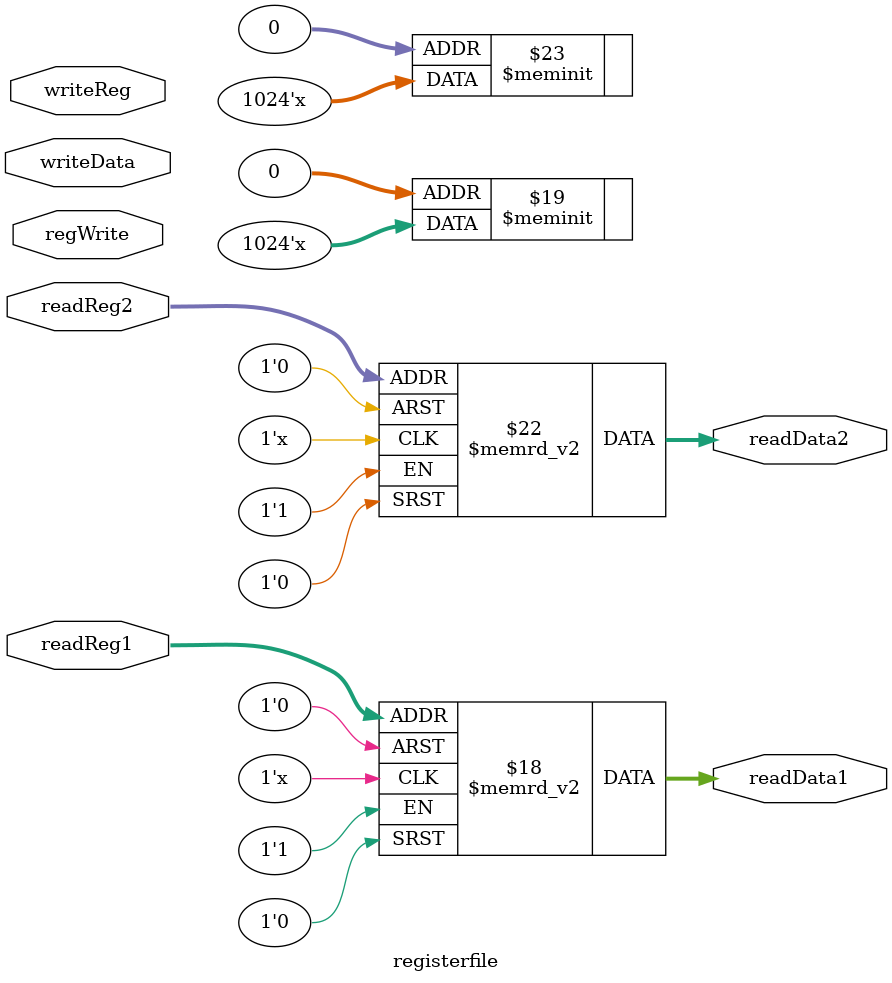
<source format=v>
 
  module registerfile(
      input wire [4:0] readReg1,
      input wire [4:0] readReg2,
      input wire [4:0] writeReg,
      input wire [31:0] writeData,
      input wire regWrite,
      output reg [31:0] readData1,
      output reg [31:0] readData2);

    //used to make a array of 32 32-bit registers
    reg [31:0] regfile[31:0];

    //Registerfile will always read registers but will only write to them when
    //regWrite is set.
    always @ (readReg1,readReg2,regWrite) begin
      readData1 = regfile[readReg1];
      readData2 = regfile[readReg2];
      if(regWrite == 1)
        regfile[writeReg] = writeData;


    end
    endmodule
 
 module RegisterFiConn;
    // wires that go to the registerfile  
	wire [25:21] readReg1cpu;         // inputs of read register 1
    wire [20:16] readReg2cpu;         // inputs of read register 2 
	wire [4:0]MuxRegDstOuttoWritereg; // wire that goes from the mux register destination to write register
	wire [31:0] outputtowriteData;    // mem to reg  mux's output to write data
	wire regWritecpu;                 // register write 
    wire [31:0]  readData1cpu;        // outputs of read data 1     
	wire [31:0]  readData2cpu;        // outputs of read data2
    

 registerfile Registerfilecpu (readReg1cpu , 
							  readReg2cpu ,
							  MuxRegDstOuttoWritereg,
							  outputtowriteData ,
							  regWritecpu, 
							  readData1cpu, 
							  readData2cpu);
 
 endmodule
 

</source>
